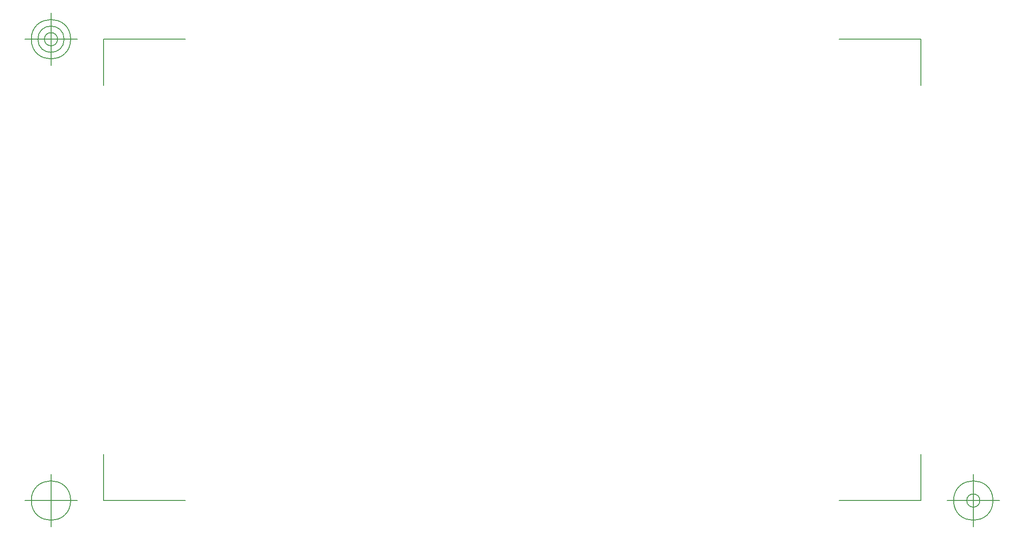
<source format=gbr>
G04 Generated by Ultiboard 13.0 *
%FSLAX24Y24*%
%MOIN*%

%ADD10C,0.0001*%
%ADD11C,0.0050*%


G04 ColorRGB CC99CC for the following layer *
%LNKeep-in/keep-out*%
%LPD*%
G54D10*
G54D11*
X-350Y-950D02*
X-350Y2510D01*
X-350Y-950D02*
X5780Y-950D01*
X60950Y-950D02*
X54820Y-950D01*
X60950Y-950D02*
X60950Y2510D01*
X60950Y33650D02*
X60950Y30190D01*
X60950Y33650D02*
X54820Y33650D01*
X-350Y33650D02*
X5780Y33650D01*
X-350Y33650D02*
X-350Y30190D01*
X-2319Y-950D02*
X-6256Y-950D01*
X-4287Y-2919D02*
X-4287Y1019D01*
X-5763Y-950D02*
G75*
D01*
G02X-5763Y-950I1476J0*
G01*
X62919Y-950D02*
X66856Y-950D01*
X64887Y-2919D02*
X64887Y1019D01*
X63411Y-950D02*
G75*
D01*
G02X63411Y-950I1476J0*
G01*
X64395Y-950D02*
G75*
D01*
G02X64395Y-950I492J0*
G01*
X-2319Y33650D02*
X-6256Y33650D01*
X-4287Y31681D02*
X-4287Y35619D01*
X-5763Y33650D02*
G75*
D01*
G02X-5763Y33650I1476J0*
G01*
X-5271Y33650D02*
G75*
D01*
G02X-5271Y33650I984J0*
G01*
X-4779Y33650D02*
G75*
D01*
G02X-4779Y33650I492J0*
G01*

M02*

</source>
